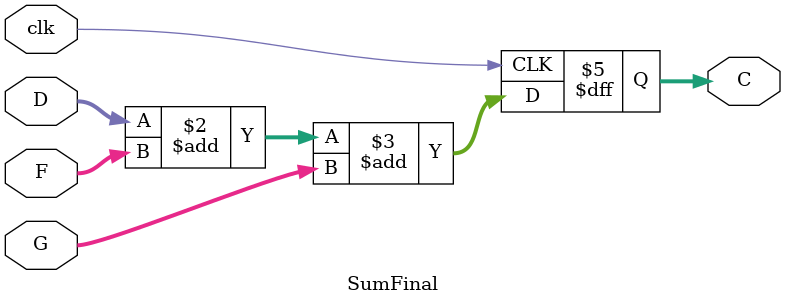
<source format=v>
`timescale 1ns / 1ps


module SumFinal(D,F,G,C,clk);
    input[15:0] D, F,G;
    input clk;
    output reg[15:0]C =0;
    always@(posedge clk)begin
    //if(erren)
    //C <=0;
    //else
    C <= D + F + G;
    end
endmodule

</source>
